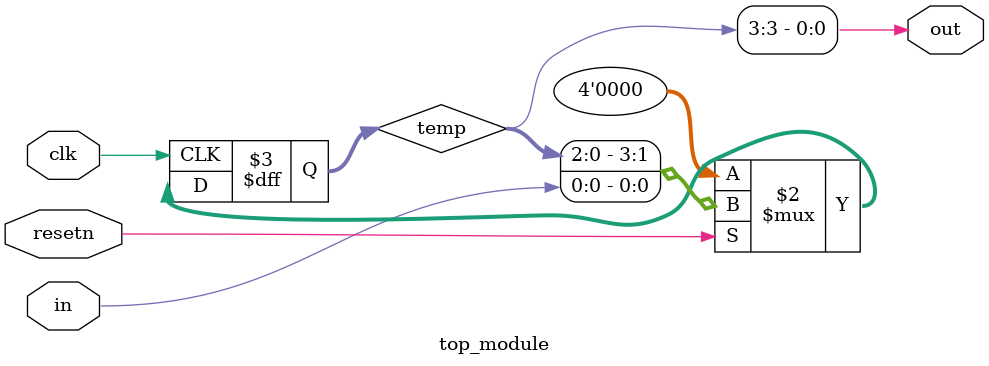
<source format=v>
module top_module (
    input clk,
    input resetn,   // synchronous reset
    input in,
    output out);

    reg [3:0] temp;
    always @(posedge clk) begin
		temp <= (resetn) ? {temp[2:0], in}:4'd0;
    end
    
    assign out = temp[3];
endmodule
</source>
